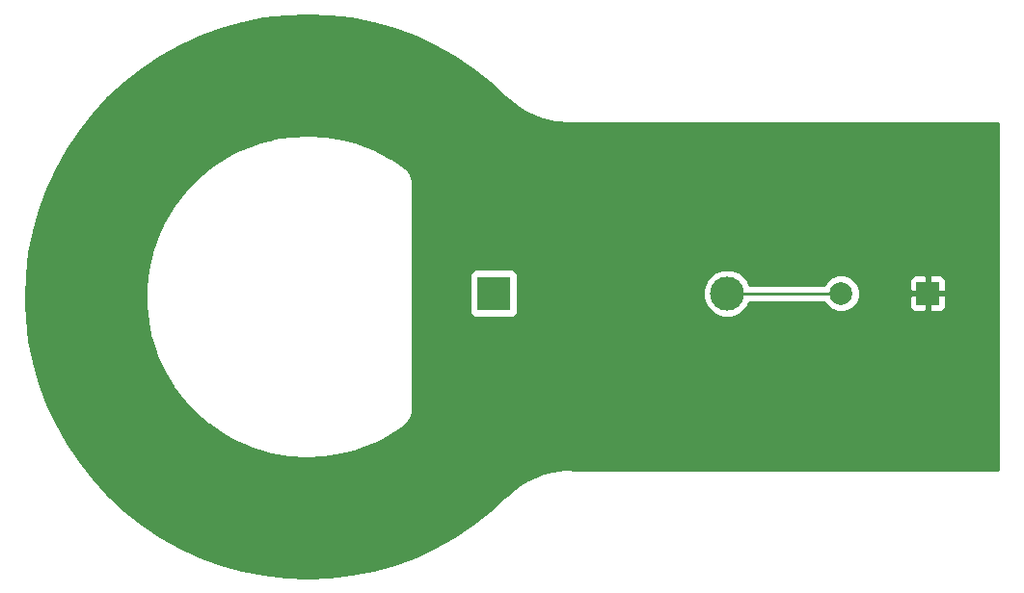
<source format=gbl>
G04 #@! TF.GenerationSoftware,KiCad,Pcbnew,(5.0.2)-1*
G04 #@! TF.CreationDate,2025-08-06T21:36:18+02:00*
G04 #@! TF.ProjectId,beerodul,62656572-6f64-4756-9c2e-6b696361645f,rev?*
G04 #@! TF.SameCoordinates,Original*
G04 #@! TF.FileFunction,Copper,L2,Bot*
G04 #@! TF.FilePolarity,Positive*
%FSLAX46Y46*%
G04 Gerber Fmt 4.6, Leading zero omitted, Abs format (unit mm)*
G04 Created by KiCad (PCBNEW (5.0.2)-1) date 6. 08. 2025 21:36:18*
%MOMM*%
%LPD*%
G01*
G04 APERTURE LIST*
G04 #@! TA.AperFunction,ComponentPad*
%ADD10C,3.000000*%
G04 #@! TD*
G04 #@! TA.AperFunction,ComponentPad*
%ADD11R,3.000000X3.000000*%
G04 #@! TD*
G04 #@! TA.AperFunction,ComponentPad*
%ADD12R,2.000000X2.000000*%
G04 #@! TD*
G04 #@! TA.AperFunction,ComponentPad*
%ADD13C,2.000000*%
G04 #@! TD*
G04 #@! TA.AperFunction,ViaPad*
%ADD14C,0.800000*%
G04 #@! TD*
G04 #@! TA.AperFunction,Conductor*
%ADD15C,0.250000*%
G04 #@! TD*
G04 #@! TA.AperFunction,Conductor*
%ADD16C,0.254000*%
G04 #@! TD*
G04 APERTURE END LIST*
D10*
G04 #@! TO.P,BT1,2*
G04 #@! TO.N,Net-(BT1-Pad2)*
X153840000Y-78740000D03*
D11*
G04 #@! TO.P,BT1,1*
G04 #@! TO.N,Net-(BT1-Pad1)*
X133350000Y-78740000D03*
G04 #@! TD*
D12*
G04 #@! TO.P,BZ1,1*
G04 #@! TO.N,Net-(BZ1-Pad1)*
X171470000Y-78740000D03*
D13*
G04 #@! TO.P,BZ1,2*
G04 #@! TO.N,Net-(BT1-Pad2)*
X163870000Y-78740000D03*
G04 #@! TD*
D14*
G04 #@! TO.N,Net-(BZ1-Pad1)*
X130810000Y-69850000D03*
X130810000Y-72390000D03*
X130810000Y-74930000D03*
X130810000Y-77470000D03*
X130810000Y-80010000D03*
X130810000Y-82550000D03*
X130810000Y-85090000D03*
X130810000Y-87630000D03*
G04 #@! TD*
D15*
G04 #@! TO.N,Net-(BT1-Pad2)*
X153840000Y-78740000D02*
X163870000Y-78740000D01*
G04 #@! TD*
D16*
G04 #@! TO.N,Net-(BZ1-Pad1)*
G36*
X118939530Y-54355928D02*
X120867102Y-54584072D01*
X122770824Y-54962745D01*
X124638987Y-55489622D01*
X126460046Y-56161446D01*
X128222762Y-56974069D01*
X129916316Y-57922505D01*
X131530211Y-59000876D01*
X133054532Y-60202553D01*
X134495474Y-61534545D01*
X134676466Y-61709022D01*
X134695235Y-61724605D01*
X134712656Y-61741664D01*
X134727524Y-61753877D01*
X135546027Y-62408450D01*
X135583059Y-62433807D01*
X135619404Y-62460116D01*
X135635903Y-62469990D01*
X135635915Y-62469998D01*
X135635925Y-62470003D01*
X136542180Y-62996398D01*
X136582541Y-63015997D01*
X136622387Y-63036651D01*
X136640163Y-63043977D01*
X136640177Y-63043984D01*
X136640189Y-63043988D01*
X137614294Y-63430647D01*
X137657124Y-63444069D01*
X137699571Y-63458602D01*
X137718249Y-63463225D01*
X138738819Y-63701658D01*
X138783152Y-63708600D01*
X138827290Y-63716701D01*
X138846444Y-63718512D01*
X138846447Y-63718512D01*
X139891050Y-63803476D01*
X139935936Y-63803790D01*
X139980773Y-63805277D01*
X139999970Y-63804237D01*
X139999987Y-63804237D01*
X140000001Y-63804235D01*
X141028807Y-63735000D01*
X177673000Y-63735000D01*
X177673000Y-94265000D01*
X141045838Y-94265000D01*
X140829341Y-94238225D01*
X140804978Y-94237033D01*
X140780797Y-94233850D01*
X140761574Y-94233011D01*
X139714010Y-94201005D01*
X139669160Y-94202963D01*
X139624310Y-94203746D01*
X139605190Y-94205755D01*
X139605174Y-94205756D01*
X139605161Y-94205759D01*
X138564387Y-94328943D01*
X138520327Y-94337507D01*
X138476079Y-94344912D01*
X138457456Y-94349727D01*
X138457448Y-94349729D01*
X138457441Y-94349731D01*
X137446301Y-94625399D01*
X137403986Y-94640384D01*
X137361322Y-94654246D01*
X137343610Y-94661764D01*
X136384316Y-95083864D01*
X136344686Y-95104936D01*
X136304534Y-95124955D01*
X136288128Y-95135008D01*
X135401761Y-95694264D01*
X135365677Y-95720965D01*
X135328930Y-95746696D01*
X135314197Y-95759058D01*
X135314189Y-95759064D01*
X135314183Y-95759070D01*
X134520222Y-96443190D01*
X134515192Y-96448220D01*
X134501081Y-96460272D01*
X133054532Y-97797447D01*
X131530211Y-98999124D01*
X129916316Y-100077495D01*
X128222762Y-101025931D01*
X126460046Y-101838554D01*
X124638987Y-102510378D01*
X122770824Y-103037255D01*
X120867102Y-103415928D01*
X118939530Y-103644072D01*
X117000000Y-103720276D01*
X115060470Y-103644072D01*
X113132898Y-103415928D01*
X111229176Y-103037255D01*
X109361013Y-102510378D01*
X107539954Y-101838554D01*
X105777228Y-101025926D01*
X104083684Y-100077495D01*
X102469789Y-98999124D01*
X100945468Y-97797447D01*
X99520119Y-96479869D01*
X98202553Y-95054532D01*
X97000876Y-93530211D01*
X95922505Y-91916316D01*
X94974069Y-90222762D01*
X94161446Y-88460046D01*
X93489622Y-86638987D01*
X92962745Y-84770824D01*
X92584072Y-82867102D01*
X92355928Y-80939530D01*
X92306165Y-79672969D01*
X102781938Y-79672969D01*
X102783861Y-79711334D01*
X102785655Y-79749813D01*
X102785918Y-79752365D01*
X102937780Y-81204575D01*
X102943848Y-81242584D01*
X102949775Y-81280567D01*
X102950312Y-81283076D01*
X103258123Y-82710390D01*
X103268251Y-82747490D01*
X103278254Y-82784643D01*
X103279059Y-82787079D01*
X103739219Y-84172803D01*
X103753329Y-84208679D01*
X103767253Y-84244447D01*
X103768316Y-84246782D01*
X104375442Y-85574703D01*
X104393304Y-85608769D01*
X104411049Y-85642900D01*
X104412358Y-85645107D01*
X105159347Y-86899691D01*
X105180757Y-86931589D01*
X105202111Y-86963644D01*
X105203651Y-86965697D01*
X106081764Y-88132267D01*
X106106556Y-88161740D01*
X106131185Y-88191228D01*
X106132930Y-88193093D01*
X106132938Y-88193103D01*
X106132947Y-88193112D01*
X107131904Y-89258015D01*
X107159694Y-89284600D01*
X107187404Y-89311294D01*
X107189349Y-89312968D01*
X108297483Y-90263764D01*
X108328032Y-90287230D01*
X108358412Y-90310737D01*
X108360526Y-90312191D01*
X109564864Y-91137748D01*
X109597772Y-91157781D01*
X109630509Y-91177866D01*
X109632768Y-91179084D01*
X110919221Y-91869744D01*
X110954163Y-91886134D01*
X110988815Y-91902537D01*
X110991184Y-91903500D01*
X110991193Y-91903504D01*
X110991203Y-91903507D01*
X112344711Y-92451188D01*
X112381078Y-92463661D01*
X112417440Y-92476274D01*
X112419907Y-92476978D01*
X113824660Y-92875280D01*
X113862274Y-92883778D01*
X113899672Y-92892364D01*
X113902201Y-92892798D01*
X115341755Y-93137058D01*
X115379848Y-93141418D01*
X115418173Y-93145941D01*
X115420734Y-93146098D01*
X116878246Y-93233459D01*
X116916644Y-93233680D01*
X116955178Y-93234037D01*
X116957741Y-93233917D01*
X118416163Y-93163356D01*
X118454484Y-93159416D01*
X118492706Y-93155622D01*
X118495240Y-93155226D01*
X118495243Y-93155226D01*
X118495246Y-93155225D01*
X119937513Y-92927570D01*
X119975095Y-92919534D01*
X120012774Y-92911615D01*
X120015252Y-92910947D01*
X121424501Y-92528857D01*
X121461108Y-92516772D01*
X121497598Y-92504867D01*
X121499983Y-92503938D01*
X121499990Y-92503936D01*
X121499996Y-92503933D01*
X122859728Y-91971884D01*
X122894811Y-91955918D01*
X122929808Y-91940139D01*
X122932069Y-91938963D01*
X122932084Y-91938956D01*
X122932098Y-91938948D01*
X124226410Y-91263164D01*
X124259570Y-91243498D01*
X124292651Y-91224036D01*
X124294778Y-91222618D01*
X124294787Y-91222613D01*
X124294795Y-91222607D01*
X125508557Y-90410988D01*
X125572154Y-90363290D01*
X125579450Y-90356470D01*
X125581572Y-90355260D01*
X125688679Y-90262367D01*
X125748848Y-90184840D01*
X125818237Y-90115451D01*
X126035010Y-89791027D01*
X126067964Y-89711469D01*
X126144757Y-89526074D01*
X126220877Y-89143391D01*
X126220877Y-89143389D01*
X126235000Y-89072388D01*
X126235000Y-77240000D01*
X131202560Y-77240000D01*
X131202560Y-80240000D01*
X131251843Y-80487765D01*
X131392191Y-80697809D01*
X131602235Y-80838157D01*
X131850000Y-80887440D01*
X134850000Y-80887440D01*
X135097765Y-80838157D01*
X135307809Y-80697809D01*
X135448157Y-80487765D01*
X135497440Y-80240000D01*
X135497440Y-78315322D01*
X151705000Y-78315322D01*
X151705000Y-79164678D01*
X152030034Y-79949380D01*
X152630620Y-80549966D01*
X153415322Y-80875000D01*
X154264678Y-80875000D01*
X155049380Y-80549966D01*
X155649966Y-79949380D01*
X155836105Y-79500000D01*
X162415091Y-79500000D01*
X162483914Y-79666153D01*
X162943847Y-80126086D01*
X163544778Y-80375000D01*
X164195222Y-80375000D01*
X164796153Y-80126086D01*
X165256086Y-79666153D01*
X165505000Y-79065222D01*
X165505000Y-79025750D01*
X169835000Y-79025750D01*
X169835000Y-79866310D01*
X169931673Y-80099699D01*
X170110302Y-80278327D01*
X170343691Y-80375000D01*
X171184250Y-80375000D01*
X171343000Y-80216250D01*
X171343000Y-78867000D01*
X171597000Y-78867000D01*
X171597000Y-80216250D01*
X171755750Y-80375000D01*
X172596309Y-80375000D01*
X172829698Y-80278327D01*
X173008327Y-80099699D01*
X173105000Y-79866310D01*
X173105000Y-79025750D01*
X172946250Y-78867000D01*
X171597000Y-78867000D01*
X171343000Y-78867000D01*
X169993750Y-78867000D01*
X169835000Y-79025750D01*
X165505000Y-79025750D01*
X165505000Y-78414778D01*
X165256086Y-77813847D01*
X165055929Y-77613690D01*
X169835000Y-77613690D01*
X169835000Y-78454250D01*
X169993750Y-78613000D01*
X171343000Y-78613000D01*
X171343000Y-77263750D01*
X171597000Y-77263750D01*
X171597000Y-78613000D01*
X172946250Y-78613000D01*
X173105000Y-78454250D01*
X173105000Y-77613690D01*
X173008327Y-77380301D01*
X172829698Y-77201673D01*
X172596309Y-77105000D01*
X171755750Y-77105000D01*
X171597000Y-77263750D01*
X171343000Y-77263750D01*
X171184250Y-77105000D01*
X170343691Y-77105000D01*
X170110302Y-77201673D01*
X169931673Y-77380301D01*
X169835000Y-77613690D01*
X165055929Y-77613690D01*
X164796153Y-77353914D01*
X164195222Y-77105000D01*
X163544778Y-77105000D01*
X162943847Y-77353914D01*
X162483914Y-77813847D01*
X162415091Y-77980000D01*
X155836105Y-77980000D01*
X155649966Y-77530620D01*
X155049380Y-76930034D01*
X154264678Y-76605000D01*
X153415322Y-76605000D01*
X152630620Y-76930034D01*
X152030034Y-77530620D01*
X151705000Y-78315322D01*
X135497440Y-78315322D01*
X135497440Y-77240000D01*
X135448157Y-76992235D01*
X135307809Y-76782191D01*
X135097765Y-76641843D01*
X134850000Y-76592560D01*
X131850000Y-76592560D01*
X131602235Y-76641843D01*
X131392191Y-76782191D01*
X131251843Y-76992235D01*
X131202560Y-77240000D01*
X126235000Y-77240000D01*
X126235000Y-68927612D01*
X126229880Y-68901873D01*
X126223100Y-68806473D01*
X126197179Y-68711824D01*
X126183302Y-68614681D01*
X126053828Y-68246609D01*
X125978629Y-68119608D01*
X125907713Y-67999839D01*
X125647239Y-67709333D01*
X125644372Y-67707183D01*
X125634032Y-67694990D01*
X125576368Y-67640270D01*
X125513132Y-67592095D01*
X125511007Y-67590657D01*
X124390279Y-66834717D01*
X124358583Y-66815748D01*
X124326938Y-66796484D01*
X124324675Y-66795275D01*
X123035819Y-66109109D01*
X123000891Y-66092874D01*
X122966110Y-66076558D01*
X122963730Y-66075600D01*
X121608307Y-65532643D01*
X121571741Y-65520245D01*
X121535491Y-65507812D01*
X121533021Y-65507116D01*
X120126887Y-65113720D01*
X120089154Y-65105334D01*
X120051815Y-65096898D01*
X120049299Y-65096476D01*
X120049284Y-65096473D01*
X120049269Y-65096471D01*
X118608889Y-64857240D01*
X118570784Y-64853013D01*
X118532439Y-64848623D01*
X118529877Y-64848475D01*
X117072069Y-64766203D01*
X117033692Y-64766116D01*
X116995136Y-64765893D01*
X116992574Y-64766022D01*
X116992572Y-64766022D01*
X115534407Y-64841673D01*
X115496174Y-64845739D01*
X115457890Y-64849674D01*
X115455356Y-64850079D01*
X114013888Y-65082769D01*
X113976216Y-65090962D01*
X113938684Y-65098987D01*
X113936213Y-65099662D01*
X113936208Y-65099663D01*
X113936203Y-65099665D01*
X112528303Y-65486669D01*
X112491756Y-65498876D01*
X112455290Y-65510914D01*
X112452908Y-65511852D01*
X112452901Y-65511854D01*
X112452895Y-65511857D01*
X111095027Y-66048649D01*
X111060066Y-66064707D01*
X111025058Y-66080638D01*
X111022786Y-66081830D01*
X109730827Y-66762136D01*
X109697794Y-66781883D01*
X109664724Y-66801494D01*
X109662593Y-66802925D01*
X108451664Y-67618781D01*
X108420911Y-67642014D01*
X108390197Y-67665049D01*
X108388233Y-67666701D01*
X107272499Y-68608566D01*
X107244532Y-68634893D01*
X107216389Y-68661200D01*
X107214615Y-68663055D01*
X106207127Y-69719909D01*
X106182118Y-69749160D01*
X106157030Y-69778296D01*
X106155467Y-69780331D01*
X105268011Y-70939812D01*
X105246312Y-70971586D01*
X105224512Y-71003268D01*
X105223178Y-71005460D01*
X104466137Y-72254004D01*
X104448033Y-72287867D01*
X104429746Y-72321786D01*
X104428657Y-72324110D01*
X103810885Y-73647111D01*
X103796542Y-73682736D01*
X103782027Y-73718427D01*
X103781195Y-73720854D01*
X103309920Y-75102835D01*
X103299487Y-75139876D01*
X103288933Y-75176851D01*
X103288373Y-75179336D01*
X103288368Y-75179354D01*
X103288365Y-75179372D01*
X102969103Y-76604150D01*
X102962775Y-76641843D01*
X102956232Y-76680000D01*
X102955941Y-76682549D01*
X102792420Y-78133492D01*
X102790192Y-78171787D01*
X102787816Y-78210287D01*
X102787802Y-78212853D01*
X102781938Y-79672969D01*
X92306165Y-79672969D01*
X92279724Y-79000000D01*
X92355928Y-77060470D01*
X92584072Y-75132898D01*
X92962745Y-73229176D01*
X93489622Y-71361013D01*
X94161446Y-69539954D01*
X94974069Y-67777238D01*
X95922505Y-66083684D01*
X97000876Y-64469789D01*
X98202553Y-62945468D01*
X99520119Y-61520131D01*
X100945468Y-60202553D01*
X102469789Y-59000876D01*
X104083684Y-57922505D01*
X105777228Y-56974074D01*
X107539954Y-56161446D01*
X109361013Y-55489622D01*
X111229176Y-54962745D01*
X113132898Y-54584072D01*
X115060470Y-54355928D01*
X117000000Y-54279724D01*
X118939530Y-54355928D01*
X118939530Y-54355928D01*
G37*
X118939530Y-54355928D02*
X120867102Y-54584072D01*
X122770824Y-54962745D01*
X124638987Y-55489622D01*
X126460046Y-56161446D01*
X128222762Y-56974069D01*
X129916316Y-57922505D01*
X131530211Y-59000876D01*
X133054532Y-60202553D01*
X134495474Y-61534545D01*
X134676466Y-61709022D01*
X134695235Y-61724605D01*
X134712656Y-61741664D01*
X134727524Y-61753877D01*
X135546027Y-62408450D01*
X135583059Y-62433807D01*
X135619404Y-62460116D01*
X135635903Y-62469990D01*
X135635915Y-62469998D01*
X135635925Y-62470003D01*
X136542180Y-62996398D01*
X136582541Y-63015997D01*
X136622387Y-63036651D01*
X136640163Y-63043977D01*
X136640177Y-63043984D01*
X136640189Y-63043988D01*
X137614294Y-63430647D01*
X137657124Y-63444069D01*
X137699571Y-63458602D01*
X137718249Y-63463225D01*
X138738819Y-63701658D01*
X138783152Y-63708600D01*
X138827290Y-63716701D01*
X138846444Y-63718512D01*
X138846447Y-63718512D01*
X139891050Y-63803476D01*
X139935936Y-63803790D01*
X139980773Y-63805277D01*
X139999970Y-63804237D01*
X139999987Y-63804237D01*
X140000001Y-63804235D01*
X141028807Y-63735000D01*
X177673000Y-63735000D01*
X177673000Y-94265000D01*
X141045838Y-94265000D01*
X140829341Y-94238225D01*
X140804978Y-94237033D01*
X140780797Y-94233850D01*
X140761574Y-94233011D01*
X139714010Y-94201005D01*
X139669160Y-94202963D01*
X139624310Y-94203746D01*
X139605190Y-94205755D01*
X139605174Y-94205756D01*
X139605161Y-94205759D01*
X138564387Y-94328943D01*
X138520327Y-94337507D01*
X138476079Y-94344912D01*
X138457456Y-94349727D01*
X138457448Y-94349729D01*
X138457441Y-94349731D01*
X137446301Y-94625399D01*
X137403986Y-94640384D01*
X137361322Y-94654246D01*
X137343610Y-94661764D01*
X136384316Y-95083864D01*
X136344686Y-95104936D01*
X136304534Y-95124955D01*
X136288128Y-95135008D01*
X135401761Y-95694264D01*
X135365677Y-95720965D01*
X135328930Y-95746696D01*
X135314197Y-95759058D01*
X135314189Y-95759064D01*
X135314183Y-95759070D01*
X134520222Y-96443190D01*
X134515192Y-96448220D01*
X134501081Y-96460272D01*
X133054532Y-97797447D01*
X131530211Y-98999124D01*
X129916316Y-100077495D01*
X128222762Y-101025931D01*
X126460046Y-101838554D01*
X124638987Y-102510378D01*
X122770824Y-103037255D01*
X120867102Y-103415928D01*
X118939530Y-103644072D01*
X117000000Y-103720276D01*
X115060470Y-103644072D01*
X113132898Y-103415928D01*
X111229176Y-103037255D01*
X109361013Y-102510378D01*
X107539954Y-101838554D01*
X105777228Y-101025926D01*
X104083684Y-100077495D01*
X102469789Y-98999124D01*
X100945468Y-97797447D01*
X99520119Y-96479869D01*
X98202553Y-95054532D01*
X97000876Y-93530211D01*
X95922505Y-91916316D01*
X94974069Y-90222762D01*
X94161446Y-88460046D01*
X93489622Y-86638987D01*
X92962745Y-84770824D01*
X92584072Y-82867102D01*
X92355928Y-80939530D01*
X92306165Y-79672969D01*
X102781938Y-79672969D01*
X102783861Y-79711334D01*
X102785655Y-79749813D01*
X102785918Y-79752365D01*
X102937780Y-81204575D01*
X102943848Y-81242584D01*
X102949775Y-81280567D01*
X102950312Y-81283076D01*
X103258123Y-82710390D01*
X103268251Y-82747490D01*
X103278254Y-82784643D01*
X103279059Y-82787079D01*
X103739219Y-84172803D01*
X103753329Y-84208679D01*
X103767253Y-84244447D01*
X103768316Y-84246782D01*
X104375442Y-85574703D01*
X104393304Y-85608769D01*
X104411049Y-85642900D01*
X104412358Y-85645107D01*
X105159347Y-86899691D01*
X105180757Y-86931589D01*
X105202111Y-86963644D01*
X105203651Y-86965697D01*
X106081764Y-88132267D01*
X106106556Y-88161740D01*
X106131185Y-88191228D01*
X106132930Y-88193093D01*
X106132938Y-88193103D01*
X106132947Y-88193112D01*
X107131904Y-89258015D01*
X107159694Y-89284600D01*
X107187404Y-89311294D01*
X107189349Y-89312968D01*
X108297483Y-90263764D01*
X108328032Y-90287230D01*
X108358412Y-90310737D01*
X108360526Y-90312191D01*
X109564864Y-91137748D01*
X109597772Y-91157781D01*
X109630509Y-91177866D01*
X109632768Y-91179084D01*
X110919221Y-91869744D01*
X110954163Y-91886134D01*
X110988815Y-91902537D01*
X110991184Y-91903500D01*
X110991193Y-91903504D01*
X110991203Y-91903507D01*
X112344711Y-92451188D01*
X112381078Y-92463661D01*
X112417440Y-92476274D01*
X112419907Y-92476978D01*
X113824660Y-92875280D01*
X113862274Y-92883778D01*
X113899672Y-92892364D01*
X113902201Y-92892798D01*
X115341755Y-93137058D01*
X115379848Y-93141418D01*
X115418173Y-93145941D01*
X115420734Y-93146098D01*
X116878246Y-93233459D01*
X116916644Y-93233680D01*
X116955178Y-93234037D01*
X116957741Y-93233917D01*
X118416163Y-93163356D01*
X118454484Y-93159416D01*
X118492706Y-93155622D01*
X118495240Y-93155226D01*
X118495243Y-93155226D01*
X118495246Y-93155225D01*
X119937513Y-92927570D01*
X119975095Y-92919534D01*
X120012774Y-92911615D01*
X120015252Y-92910947D01*
X121424501Y-92528857D01*
X121461108Y-92516772D01*
X121497598Y-92504867D01*
X121499983Y-92503938D01*
X121499990Y-92503936D01*
X121499996Y-92503933D01*
X122859728Y-91971884D01*
X122894811Y-91955918D01*
X122929808Y-91940139D01*
X122932069Y-91938963D01*
X122932084Y-91938956D01*
X122932098Y-91938948D01*
X124226410Y-91263164D01*
X124259570Y-91243498D01*
X124292651Y-91224036D01*
X124294778Y-91222618D01*
X124294787Y-91222613D01*
X124294795Y-91222607D01*
X125508557Y-90410988D01*
X125572154Y-90363290D01*
X125579450Y-90356470D01*
X125581572Y-90355260D01*
X125688679Y-90262367D01*
X125748848Y-90184840D01*
X125818237Y-90115451D01*
X126035010Y-89791027D01*
X126067964Y-89711469D01*
X126144757Y-89526074D01*
X126220877Y-89143391D01*
X126220877Y-89143389D01*
X126235000Y-89072388D01*
X126235000Y-77240000D01*
X131202560Y-77240000D01*
X131202560Y-80240000D01*
X131251843Y-80487765D01*
X131392191Y-80697809D01*
X131602235Y-80838157D01*
X131850000Y-80887440D01*
X134850000Y-80887440D01*
X135097765Y-80838157D01*
X135307809Y-80697809D01*
X135448157Y-80487765D01*
X135497440Y-80240000D01*
X135497440Y-78315322D01*
X151705000Y-78315322D01*
X151705000Y-79164678D01*
X152030034Y-79949380D01*
X152630620Y-80549966D01*
X153415322Y-80875000D01*
X154264678Y-80875000D01*
X155049380Y-80549966D01*
X155649966Y-79949380D01*
X155836105Y-79500000D01*
X162415091Y-79500000D01*
X162483914Y-79666153D01*
X162943847Y-80126086D01*
X163544778Y-80375000D01*
X164195222Y-80375000D01*
X164796153Y-80126086D01*
X165256086Y-79666153D01*
X165505000Y-79065222D01*
X165505000Y-79025750D01*
X169835000Y-79025750D01*
X169835000Y-79866310D01*
X169931673Y-80099699D01*
X170110302Y-80278327D01*
X170343691Y-80375000D01*
X171184250Y-80375000D01*
X171343000Y-80216250D01*
X171343000Y-78867000D01*
X171597000Y-78867000D01*
X171597000Y-80216250D01*
X171755750Y-80375000D01*
X172596309Y-80375000D01*
X172829698Y-80278327D01*
X173008327Y-80099699D01*
X173105000Y-79866310D01*
X173105000Y-79025750D01*
X172946250Y-78867000D01*
X171597000Y-78867000D01*
X171343000Y-78867000D01*
X169993750Y-78867000D01*
X169835000Y-79025750D01*
X165505000Y-79025750D01*
X165505000Y-78414778D01*
X165256086Y-77813847D01*
X165055929Y-77613690D01*
X169835000Y-77613690D01*
X169835000Y-78454250D01*
X169993750Y-78613000D01*
X171343000Y-78613000D01*
X171343000Y-77263750D01*
X171597000Y-77263750D01*
X171597000Y-78613000D01*
X172946250Y-78613000D01*
X173105000Y-78454250D01*
X173105000Y-77613690D01*
X173008327Y-77380301D01*
X172829698Y-77201673D01*
X172596309Y-77105000D01*
X171755750Y-77105000D01*
X171597000Y-77263750D01*
X171343000Y-77263750D01*
X171184250Y-77105000D01*
X170343691Y-77105000D01*
X170110302Y-77201673D01*
X169931673Y-77380301D01*
X169835000Y-77613690D01*
X165055929Y-77613690D01*
X164796153Y-77353914D01*
X164195222Y-77105000D01*
X163544778Y-77105000D01*
X162943847Y-77353914D01*
X162483914Y-77813847D01*
X162415091Y-77980000D01*
X155836105Y-77980000D01*
X155649966Y-77530620D01*
X155049380Y-76930034D01*
X154264678Y-76605000D01*
X153415322Y-76605000D01*
X152630620Y-76930034D01*
X152030034Y-77530620D01*
X151705000Y-78315322D01*
X135497440Y-78315322D01*
X135497440Y-77240000D01*
X135448157Y-76992235D01*
X135307809Y-76782191D01*
X135097765Y-76641843D01*
X134850000Y-76592560D01*
X131850000Y-76592560D01*
X131602235Y-76641843D01*
X131392191Y-76782191D01*
X131251843Y-76992235D01*
X131202560Y-77240000D01*
X126235000Y-77240000D01*
X126235000Y-68927612D01*
X126229880Y-68901873D01*
X126223100Y-68806473D01*
X126197179Y-68711824D01*
X126183302Y-68614681D01*
X126053828Y-68246609D01*
X125978629Y-68119608D01*
X125907713Y-67999839D01*
X125647239Y-67709333D01*
X125644372Y-67707183D01*
X125634032Y-67694990D01*
X125576368Y-67640270D01*
X125513132Y-67592095D01*
X125511007Y-67590657D01*
X124390279Y-66834717D01*
X124358583Y-66815748D01*
X124326938Y-66796484D01*
X124324675Y-66795275D01*
X123035819Y-66109109D01*
X123000891Y-66092874D01*
X122966110Y-66076558D01*
X122963730Y-66075600D01*
X121608307Y-65532643D01*
X121571741Y-65520245D01*
X121535491Y-65507812D01*
X121533021Y-65507116D01*
X120126887Y-65113720D01*
X120089154Y-65105334D01*
X120051815Y-65096898D01*
X120049299Y-65096476D01*
X120049284Y-65096473D01*
X120049269Y-65096471D01*
X118608889Y-64857240D01*
X118570784Y-64853013D01*
X118532439Y-64848623D01*
X118529877Y-64848475D01*
X117072069Y-64766203D01*
X117033692Y-64766116D01*
X116995136Y-64765893D01*
X116992574Y-64766022D01*
X116992572Y-64766022D01*
X115534407Y-64841673D01*
X115496174Y-64845739D01*
X115457890Y-64849674D01*
X115455356Y-64850079D01*
X114013888Y-65082769D01*
X113976216Y-65090962D01*
X113938684Y-65098987D01*
X113936213Y-65099662D01*
X113936208Y-65099663D01*
X113936203Y-65099665D01*
X112528303Y-65486669D01*
X112491756Y-65498876D01*
X112455290Y-65510914D01*
X112452908Y-65511852D01*
X112452901Y-65511854D01*
X112452895Y-65511857D01*
X111095027Y-66048649D01*
X111060066Y-66064707D01*
X111025058Y-66080638D01*
X111022786Y-66081830D01*
X109730827Y-66762136D01*
X109697794Y-66781883D01*
X109664724Y-66801494D01*
X109662593Y-66802925D01*
X108451664Y-67618781D01*
X108420911Y-67642014D01*
X108390197Y-67665049D01*
X108388233Y-67666701D01*
X107272499Y-68608566D01*
X107244532Y-68634893D01*
X107216389Y-68661200D01*
X107214615Y-68663055D01*
X106207127Y-69719909D01*
X106182118Y-69749160D01*
X106157030Y-69778296D01*
X106155467Y-69780331D01*
X105268011Y-70939812D01*
X105246312Y-70971586D01*
X105224512Y-71003268D01*
X105223178Y-71005460D01*
X104466137Y-72254004D01*
X104448033Y-72287867D01*
X104429746Y-72321786D01*
X104428657Y-72324110D01*
X103810885Y-73647111D01*
X103796542Y-73682736D01*
X103782027Y-73718427D01*
X103781195Y-73720854D01*
X103309920Y-75102835D01*
X103299487Y-75139876D01*
X103288933Y-75176851D01*
X103288373Y-75179336D01*
X103288368Y-75179354D01*
X103288365Y-75179372D01*
X102969103Y-76604150D01*
X102962775Y-76641843D01*
X102956232Y-76680000D01*
X102955941Y-76682549D01*
X102792420Y-78133492D01*
X102790192Y-78171787D01*
X102787816Y-78210287D01*
X102787802Y-78212853D01*
X102781938Y-79672969D01*
X92306165Y-79672969D01*
X92279724Y-79000000D01*
X92355928Y-77060470D01*
X92584072Y-75132898D01*
X92962745Y-73229176D01*
X93489622Y-71361013D01*
X94161446Y-69539954D01*
X94974069Y-67777238D01*
X95922505Y-66083684D01*
X97000876Y-64469789D01*
X98202553Y-62945468D01*
X99520119Y-61520131D01*
X100945468Y-60202553D01*
X102469789Y-59000876D01*
X104083684Y-57922505D01*
X105777228Y-56974074D01*
X107539954Y-56161446D01*
X109361013Y-55489622D01*
X111229176Y-54962745D01*
X113132898Y-54584072D01*
X115060470Y-54355928D01*
X117000000Y-54279724D01*
X118939530Y-54355928D01*
G04 #@! TD*
M02*

</source>
